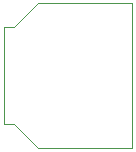
<source format=gm1>
G04 #@! TF.GenerationSoftware,KiCad,Pcbnew,(5.1.5)-3*
G04 #@! TF.CreationDate,2019-12-29T19:45:59-08:00*
G04 #@! TF.ProjectId,teensy40-sd-adapter,7465656e-7379-4343-902d-73642d616461,rev?*
G04 #@! TF.SameCoordinates,Original*
G04 #@! TF.FileFunction,Profile,NP*
%FSLAX46Y46*%
G04 Gerber Fmt 4.6, Leading zero omitted, Abs format (unit mm)*
G04 Created by KiCad (PCBNEW (5.1.5)-3) date 2019-12-29 19:45:59*
%MOMM*%
%LPD*%
G04 APERTURE LIST*
%ADD10C,0.050000*%
G04 APERTURE END LIST*
D10*
X125258000Y-99350000D02*
X125258000Y-91100000D01*
X126150000Y-99350000D02*
X125258000Y-99350000D01*
X128150000Y-101350000D02*
X126150000Y-99350000D01*
X136150000Y-101350000D02*
X128150000Y-101350000D01*
X136150000Y-89100000D02*
X136150000Y-101350000D01*
X128150000Y-89100000D02*
X136150000Y-89100000D01*
X126150000Y-91100000D02*
X128150000Y-89100000D01*
X125258000Y-91100000D02*
X126150000Y-91100000D01*
M02*

</source>
